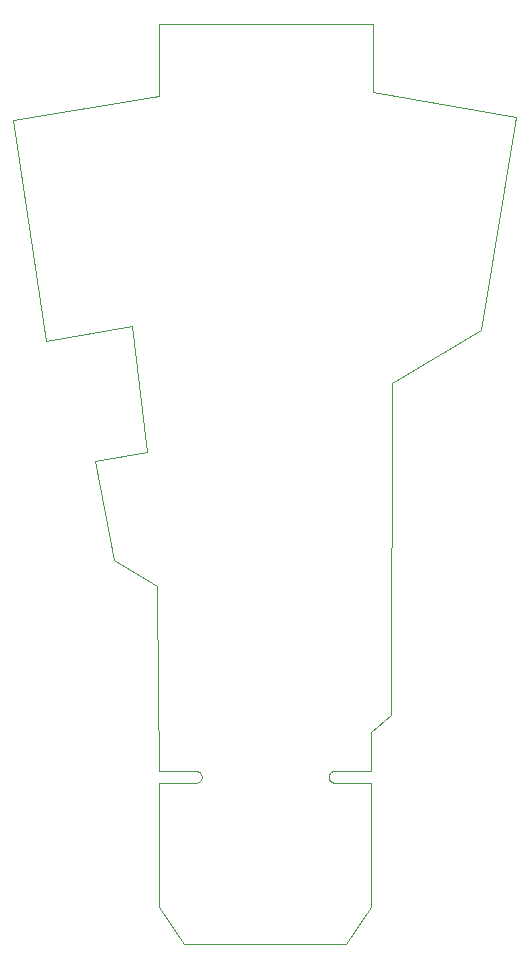
<source format=gbr>
G04 #@! TF.GenerationSoftware,KiCad,Pcbnew,5.0.2-bee76a0~70~ubuntu18.04.1*
G04 #@! TF.CreationDate,2019-04-19T09:49:41+03:00*
G04 #@! TF.ProjectId,Funifi_midistik_3_production,46756e69-6669-45f6-9d69-64697374696b,rev?*
G04 #@! TF.SameCoordinates,Original*
G04 #@! TF.FileFunction,Profile,NP*
%FSLAX46Y46*%
G04 Gerber Fmt 4.6, Leading zero omitted, Abs format (unit mm)*
G04 Created by KiCad (PCBNEW 5.0.2-bee76a0~70~ubuntu18.04.1) date pe 19. huhtikuuta 2019 09.49.41*
%MOMM*%
%LPD*%
G01*
G04 APERTURE LIST*
%ADD10C,0.100000*%
G04 APERTURE END LIST*
D10*
X-9014974Y38906466D02*
X-9038229Y32751803D01*
X-9038229Y32751803D02*
X-21351172Y30714201D01*
X-21351172Y30714201D02*
X-18532739Y12009915D01*
X-18532739Y12009915D02*
X-11262899Y13314230D01*
X-11262899Y13314230D02*
X-9981840Y2674569D01*
X-9981840Y2674569D02*
X-14392940Y1876686D01*
X-14392940Y1876686D02*
X-12848848Y-6464925D01*
X-12848848Y-6464925D02*
X-9199976Y-8733521D01*
X-9199976Y-8733521D02*
X-9094556Y-17739173D01*
X-9094556Y-17739173D02*
X-9019625Y-24100539D01*
X-9019625Y-24100539D02*
X-9014974Y-24365641D01*
X-9014974Y-24365641D02*
X-5863745Y-24365641D01*
X-5863745Y-24365641D02*
X-5861152Y-24368287D01*
X-5861152Y-24368287D02*
X-5812983Y-24374355D01*
X-5812983Y-24374355D02*
X-5766413Y-24384819D01*
X-5766413Y-24384819D02*
X-5721651Y-24399455D01*
X-5721651Y-24399455D02*
X-5678904Y-24418040D01*
X-5678904Y-24418040D02*
X-5638379Y-24440348D01*
X-5638379Y-24440348D02*
X-5600284Y-24466157D01*
X-5600284Y-24466157D02*
X-5564827Y-24495243D01*
X-5564827Y-24495243D02*
X-5532215Y-24527380D01*
X-5532215Y-24527380D02*
X-5502656Y-24562346D01*
X-5502656Y-24562346D02*
X-5476356Y-24599916D01*
X-5476356Y-24599916D02*
X-5453525Y-24639866D01*
X-5453525Y-24639866D02*
X-5434369Y-24681972D01*
X-5434369Y-24681972D02*
X-5419095Y-24726011D01*
X-5419095Y-24726011D02*
X-5407913Y-24771758D01*
X-5407913Y-24771758D02*
X-5401027Y-24818990D01*
X-5401027Y-24818990D02*
X-5398648Y-24867482D01*
X-5398648Y-24867482D02*
X-5400955Y-24916150D01*
X-5400955Y-24916150D02*
X-5407800Y-24963552D01*
X-5407800Y-24963552D02*
X-5418974Y-25009464D01*
X-5418974Y-25009464D02*
X-5434267Y-25053657D01*
X-5434267Y-25053657D02*
X-5453469Y-25095907D01*
X-5453469Y-25095907D02*
X-5476371Y-25135988D01*
X-5476371Y-25135988D02*
X-5502761Y-25173672D01*
X-5502761Y-25173672D02*
X-5532432Y-25208735D01*
X-5532432Y-25208735D02*
X-5565173Y-25240949D01*
X-5565173Y-25240949D02*
X-5600774Y-25270089D01*
X-5600774Y-25270089D02*
X-5639026Y-25295929D01*
X-5639026Y-25295929D02*
X-5679719Y-25318243D01*
X-5679719Y-25318243D02*
X-5722643Y-25336804D01*
X-5722643Y-25336804D02*
X-5767588Y-25351386D01*
X-5767588Y-25351386D02*
X-5814344Y-25361764D01*
X-5814344Y-25361764D02*
X-5862702Y-25367711D01*
X-5862702Y-25367711D02*
X-5863734Y-25370357D01*
X-5863734Y-25370357D02*
X-9014974Y-25370357D01*
X-9014974Y-25370357D02*
X-9014974Y-35894780D01*
X-9014974Y-35894780D02*
X-6898307Y-39046008D01*
X-6898307Y-39046008D02*
X6820751Y-39046008D01*
X6820751Y-39046008D02*
X8937418Y-35861707D01*
X8937418Y-35861707D02*
X8937418Y-25362607D01*
X8937418Y-25362607D02*
X5896778Y-25362607D01*
X5896778Y-25362607D02*
X5856985Y-25364195D01*
X5856985Y-25364195D02*
X5805735Y-25361604D01*
X5805735Y-25361604D02*
X5755966Y-25354006D01*
X5755966Y-25354006D02*
X5707929Y-25341653D01*
X5707929Y-25341653D02*
X5661876Y-25324796D01*
X5661876Y-25324796D02*
X5618060Y-25303688D01*
X5618060Y-25303688D02*
X5576731Y-25278579D01*
X5576731Y-25278579D02*
X5538143Y-25249723D01*
X5538143Y-25249723D02*
X5502547Y-25217371D01*
X5502547Y-25217371D02*
X5470195Y-25181775D01*
X5470195Y-25181775D02*
X5441339Y-25143187D01*
X5441339Y-25143187D02*
X5416231Y-25101859D01*
X5416231Y-25101859D02*
X5395122Y-25058042D01*
X5395122Y-25058042D02*
X5378265Y-25011990D01*
X5378265Y-25011990D02*
X5365912Y-24963953D01*
X5365912Y-24963953D02*
X5358314Y-24914183D01*
X5358314Y-24914183D02*
X5355724Y-24862933D01*
X5355724Y-24862933D02*
X5358314Y-24811684D01*
X5358314Y-24811684D02*
X5365912Y-24761914D01*
X5365912Y-24761914D02*
X5378265Y-24713877D01*
X5378265Y-24713877D02*
X5395122Y-24667824D01*
X5395122Y-24667824D02*
X5416231Y-24624008D01*
X5416231Y-24624008D02*
X5441339Y-24582680D01*
X5441339Y-24582680D02*
X5470195Y-24544092D01*
X5470195Y-24544092D02*
X5502547Y-24508496D01*
X5502547Y-24508496D02*
X5538143Y-24476144D01*
X5538143Y-24476144D02*
X5576731Y-24447288D01*
X5576731Y-24447288D02*
X5618060Y-24422179D01*
X5618060Y-24422179D02*
X5661876Y-24401071D01*
X5661876Y-24401071D02*
X5707929Y-24384214D01*
X5707929Y-24384214D02*
X5755966Y-24371861D01*
X5755966Y-24371861D02*
X5805735Y-24364263D01*
X5805735Y-24364263D02*
X5856985Y-24361672D01*
X5856985Y-24361672D02*
X5877146Y-24362731D01*
X5877146Y-24362731D02*
X8937423Y-24362731D01*
X8937423Y-24362731D02*
X8934777Y-21050788D01*
X8934777Y-21050788D02*
X10655601Y-19628136D01*
X10655601Y-19628136D02*
X10688673Y8510714D01*
X10688673Y8510714D02*
X18246353Y13007598D01*
X18246353Y13007598D02*
X21213613Y31017351D01*
X21213613Y31017351D02*
X9072236Y33084408D01*
X9072236Y33084408D02*
X9151817Y38906275D01*
X9151817Y38906275D02*
X-9014974Y38906466D01*
X-9014974Y38906466D02*
X-9014974Y38906466D01*
M02*

</source>
